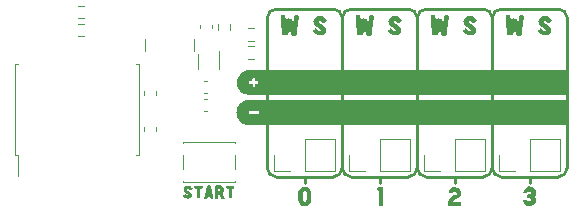
<source format=gbr>
%TF.GenerationSoftware,KiCad,Pcbnew,7.0.2*%
%TF.CreationDate,2023-07-28T16:56:04-04:00*%
%TF.ProjectId,dispocam-hub,64697370-6f63-4616-9d2d-6875622e6b69,rev?*%
%TF.SameCoordinates,Original*%
%TF.FileFunction,Legend,Top*%
%TF.FilePolarity,Positive*%
%FSLAX46Y46*%
G04 Gerber Fmt 4.6, Leading zero omitted, Abs format (unit mm)*
G04 Created by KiCad (PCBNEW 7.0.2) date 2023-07-28 16:56:04*
%MOMM*%
%LPD*%
G01*
G04 APERTURE LIST*
%ADD10C,0.254000*%
%ADD11C,0.120000*%
G04 APERTURE END LIST*
D10*
X167513000Y-95123000D02*
G75*
G03*
X166751000Y-94361000I-762000J0D01*
G01*
X161925000Y-94361000D02*
X166751000Y-94361000D01*
X161925000Y-94361000D02*
G75*
G03*
X161163000Y-95123000I1J-762001D01*
G01*
X161163000Y-95123000D02*
G75*
G03*
X160401000Y-94361000I-762000J0D01*
G01*
X155575000Y-94361000D02*
X160401000Y-94361000D01*
X155575000Y-94361000D02*
G75*
G03*
X154813000Y-95123000I1J-762001D01*
G01*
X154813000Y-95123000D02*
G75*
G03*
X154051000Y-94361000I-762000J0D01*
G01*
X149225000Y-94361000D02*
X154051000Y-94361000D01*
X149225000Y-94361000D02*
G75*
G03*
X148463000Y-95123000I1J-762001D01*
G01*
X148463000Y-95123000D02*
G75*
G03*
X147701000Y-94361000I-762000J0D01*
G01*
X142875000Y-94361000D02*
X147701000Y-94361000D01*
X142875000Y-94361000D02*
G75*
G03*
X142113000Y-95123000I0J-762000D01*
G01*
X164338000Y-108585000D02*
X164338000Y-109093000D01*
X157988000Y-108585000D02*
X157988000Y-109093000D01*
X151638000Y-108585000D02*
X151638000Y-109093000D01*
X166751000Y-108585000D02*
X161925000Y-108585000D01*
X166751000Y-108585000D02*
G75*
G03*
X167513000Y-107823000I-1J762001D01*
G01*
X167513000Y-95123000D02*
X167513000Y-107823000D01*
X161163000Y-107823000D02*
G75*
G03*
X161925000Y-108585000I762001J1D01*
G01*
X160401000Y-108585000D02*
X155575000Y-108585000D01*
X160401000Y-108585000D02*
G75*
G03*
X161163000Y-107823000I-1J762001D01*
G01*
X161163000Y-95123000D02*
X161163000Y-107823000D01*
X154813000Y-107823000D02*
G75*
G03*
X155575000Y-108585000I762001J1D01*
G01*
X154051000Y-108585000D02*
X149225000Y-108585000D01*
X154051000Y-108585000D02*
G75*
G03*
X154813000Y-107823000I-1J762001D01*
G01*
X154813000Y-95123000D02*
X154813000Y-107823000D01*
X148463000Y-107823000D02*
G75*
G03*
X149225000Y-108585000I762001J1D01*
G01*
X145288000Y-108585000D02*
X145288000Y-109093000D01*
X147701000Y-108585000D02*
X142875000Y-108585000D01*
X147701000Y-108585000D02*
G75*
G03*
X148463000Y-107823000I0J762000D01*
G01*
X142113000Y-107823000D02*
G75*
G03*
X142875000Y-108585000I762000J0D01*
G01*
X142113000Y-95123000D02*
X142113000Y-107823000D01*
X148463000Y-95123000D02*
X148463000Y-107823000D01*
%TO.C,kibuzzard-64C4169B*%
G36*
X164438013Y-109414469D02*
G01*
X164568452Y-109470296D01*
X164677196Y-109545702D01*
X164764244Y-109640688D01*
X164843420Y-109802017D01*
X164857113Y-109985969D01*
X164831514Y-110103841D01*
X164778531Y-110205044D01*
X164778531Y-110274100D01*
X164837467Y-110388400D01*
X164861875Y-110531275D01*
X164830919Y-110717013D01*
X164731502Y-110878938D01*
X164590413Y-110993238D01*
X164438013Y-111064675D01*
X164275492Y-111082534D01*
X164130831Y-111045625D01*
X163976645Y-110945613D01*
X163871275Y-110817025D01*
X163818888Y-110700344D01*
X163799838Y-110588425D01*
X163809363Y-110545563D01*
X163847463Y-110533656D01*
X163954619Y-110532466D01*
X164061775Y-110533656D01*
X164126069Y-110571756D01*
X164223700Y-110652719D01*
X164360622Y-110661053D01*
X164464206Y-110597950D01*
X164459444Y-110462219D01*
X164326094Y-110397925D01*
X164307044Y-110394353D01*
X164289184Y-110391972D01*
X164271325Y-110389591D01*
X164252275Y-110387209D01*
X164235606Y-110383638D01*
X164171313Y-110369350D01*
X164140356Y-110331250D01*
X164140952Y-110199091D01*
X164142738Y-110121700D01*
X164197506Y-110069313D01*
X164257038Y-110065741D01*
X164309425Y-110064550D01*
X164388006Y-110057406D01*
X164480875Y-109990731D01*
X164476113Y-109893100D01*
X164401996Y-109831485D01*
X164312997Y-109808566D01*
X164222212Y-109824937D01*
X164142738Y-109881194D01*
X164123688Y-109907388D01*
X164054631Y-109945488D01*
X163957000Y-109945488D01*
X163845081Y-109943106D01*
X163809363Y-109932391D01*
X163799838Y-109895481D01*
X163815316Y-109787730D01*
X163861750Y-109678788D01*
X163932394Y-109577717D01*
X164026850Y-109493579D01*
X164145119Y-109426375D01*
X164288589Y-109391252D01*
X164438013Y-109414469D01*
G37*
%TO.C,kibuzzard-64C41698*%
G36*
X158085631Y-109437091D02*
G01*
X158218452Y-109489214D01*
X158331165Y-109563032D01*
X158423769Y-109658547D01*
X158500564Y-109794873D01*
X158530925Y-109946678D01*
X158513992Y-110097226D01*
X158453667Y-110231370D01*
X158349950Y-110349109D01*
X158260058Y-110405664D01*
X158133256Y-110451503D01*
X158078487Y-110466981D01*
X158030862Y-110477697D01*
X157929659Y-110538419D01*
X157873700Y-110658672D01*
X157902275Y-110701534D01*
X157988000Y-110701534D01*
X158159715Y-110695184D01*
X158303383Y-110692009D01*
X158419006Y-110692009D01*
X158489253Y-110702725D01*
X158507113Y-110770591D01*
X158510089Y-110864055D01*
X158509494Y-111039672D01*
X158501159Y-111069438D01*
X158471394Y-111080153D01*
X158438056Y-111080153D01*
X158188025Y-111080153D01*
X158052294Y-111080153D01*
X157848697Y-111079558D01*
X157666531Y-111077772D01*
X157490319Y-111068247D01*
X157455791Y-111057531D01*
X157447456Y-111023003D01*
X157442694Y-110926562D01*
X157437931Y-110827741D01*
X157450433Y-110659267D01*
X157483175Y-110525322D01*
X157558846Y-110376626D01*
X157658858Y-110257564D01*
X157783213Y-110168134D01*
X157947519Y-110122891D01*
X158059437Y-110094316D01*
X158138019Y-110037166D01*
X158140400Y-109920484D01*
X158055866Y-109857381D01*
X157959425Y-109839522D01*
X157867152Y-109865120D01*
X157795119Y-109932391D01*
X157780831Y-109953822D01*
X157740350Y-109980016D01*
X157581997Y-109980016D01*
X157497462Y-109980016D01*
X157470078Y-109970491D01*
X157461744Y-109937153D01*
X157485556Y-109803803D01*
X157578425Y-109630567D01*
X157714156Y-109510909D01*
X157743922Y-109491859D01*
X157773687Y-109472809D01*
X157925492Y-109423398D01*
X158085631Y-109437091D01*
G37*
%TO.C,kibuzzard-64C41694*%
G36*
X151671933Y-109416850D02*
G01*
X151823737Y-109420422D01*
X151861837Y-109422803D01*
X151886841Y-109427566D01*
X151901128Y-109435900D01*
X151908272Y-109450188D01*
X151909463Y-109475191D01*
X151911248Y-109594848D01*
X151911844Y-109834759D01*
X151911844Y-109980809D01*
X151911844Y-110114159D01*
X151911844Y-110234809D01*
X151910521Y-110403084D01*
X151909727Y-110561834D01*
X151909463Y-110711059D01*
X151907677Y-110795594D01*
X151902319Y-110992047D01*
X151899938Y-111018241D01*
X151866600Y-111053959D01*
X151788019Y-111061103D01*
X151611806Y-111061103D01*
X151571325Y-111055150D01*
X151554656Y-111036100D01*
X151549894Y-110994428D01*
X151549894Y-110867031D01*
X151549894Y-110739634D01*
X151546322Y-110651528D01*
X151543941Y-110563422D01*
X151541559Y-110476506D01*
X151540369Y-110387209D01*
X151539046Y-110257828D01*
X151538252Y-110066534D01*
X151537988Y-109813328D01*
X151526081Y-109733556D01*
X151452262Y-109720459D01*
X151371300Y-109709744D01*
X151387969Y-109634734D01*
X151452262Y-109456141D01*
X151516556Y-109410897D01*
X151546322Y-109410897D01*
X151573706Y-109410897D01*
X151671933Y-109416850D01*
G37*
%TO.C,kibuzzard-64C41670*%
G36*
X167575200Y-104198420D02*
G01*
X167178325Y-104198420D01*
X141267369Y-104198420D01*
X140585379Y-104198420D01*
X140585220Y-104198420D01*
X140479908Y-104193246D01*
X140375611Y-104177775D01*
X140273332Y-104152156D01*
X140174057Y-104116635D01*
X140078742Y-104071554D01*
X139988304Y-104017348D01*
X139903615Y-103954538D01*
X139825490Y-103883730D01*
X139754682Y-103805605D01*
X139691872Y-103720916D01*
X139637666Y-103630478D01*
X139592585Y-103535163D01*
X139557064Y-103435888D01*
X139531444Y-103333609D01*
X139515973Y-103229312D01*
X139513139Y-103171625D01*
X140585379Y-103171625D01*
X140587284Y-103211630D01*
X140593951Y-103233537D01*
X140613954Y-103240205D01*
X140740636Y-103243062D01*
X140812074Y-103244015D01*
X140904466Y-103243062D01*
X141012099Y-103242110D01*
X141103539Y-103240205D01*
X141141639Y-103242110D01*
X141267369Y-103245920D01*
X141354999Y-103242110D01*
X141376906Y-103234490D01*
X141382621Y-103208772D01*
X141383574Y-103146860D01*
X141383574Y-103051610D01*
X141377859Y-103014462D01*
X141347379Y-103007795D01*
X141255939Y-103005890D01*
X141143544Y-103003032D01*
X141031149Y-103002080D01*
X140998764Y-103002080D01*
X140827737Y-103008853D01*
X140700737Y-103011393D01*
X140617764Y-103009700D01*
X140592999Y-103017320D01*
X140585379Y-103045895D01*
X140585379Y-103171625D01*
X139513139Y-103171625D01*
X139510800Y-103124000D01*
X139515973Y-103018688D01*
X139531444Y-102914391D01*
X139557064Y-102812112D01*
X139592585Y-102712837D01*
X139637666Y-102617522D01*
X139691872Y-102527084D01*
X139754682Y-102442395D01*
X139825490Y-102364270D01*
X139903615Y-102293462D01*
X139988304Y-102230652D01*
X140078742Y-102176446D01*
X140174057Y-102131365D01*
X140273332Y-102095844D01*
X140375611Y-102070225D01*
X140479908Y-102054754D01*
X140585220Y-102049580D01*
X140585379Y-102049580D01*
X167178325Y-102049580D01*
X167575200Y-102049580D01*
X167575200Y-104198420D01*
G37*
%TO.C,kibuzzard-64C4164E*%
G36*
X167555039Y-101618098D02*
G01*
X167158164Y-101618098D01*
X141030037Y-101618098D01*
X140565217Y-101618098D01*
X140565059Y-101618098D01*
X140463699Y-101613118D01*
X140363316Y-101598228D01*
X140264876Y-101573570D01*
X140169327Y-101539382D01*
X140077588Y-101495993D01*
X139990545Y-101443821D01*
X139909034Y-101383368D01*
X139833841Y-101315217D01*
X139765690Y-101240025D01*
X139705238Y-101158514D01*
X139653066Y-101071470D01*
X139609677Y-100979732D01*
X139575489Y-100884183D01*
X139550831Y-100785742D01*
X139535940Y-100685359D01*
X139533441Y-100634482D01*
X140565217Y-100634482D01*
X140567122Y-100674488D01*
X140570932Y-100691632D01*
X140578552Y-100699253D01*
X140593792Y-100701157D01*
X140720475Y-100704015D01*
X140791912Y-100704967D01*
X140868112Y-100704967D01*
X140870970Y-100840222D01*
X140868112Y-100948808D01*
X140875732Y-100974525D01*
X140904307Y-100983098D01*
X141030037Y-100983098D01*
X141070042Y-100981192D01*
X141091950Y-100973573D01*
X141098617Y-100954523D01*
X141101475Y-100827840D01*
X141102427Y-100756403D01*
X141102427Y-100739257D01*
X141102427Y-100719255D01*
X141102427Y-100703063D01*
X141121477Y-100704967D01*
X141247207Y-100708777D01*
X141334837Y-100704967D01*
X141349125Y-100702110D01*
X141356745Y-100697347D01*
X141360555Y-100687822D01*
X141361507Y-100670678D01*
X141363412Y-100609717D01*
X141363412Y-100512562D01*
X141360555Y-100483035D01*
X141351030Y-100471605D01*
X141327217Y-100468747D01*
X141235777Y-100468747D01*
X141098617Y-100464937D01*
X141100522Y-100426837D01*
X141104332Y-100301107D01*
X141100522Y-100213477D01*
X141092902Y-100191570D01*
X141067185Y-100185855D01*
X141005272Y-100184902D01*
X140910022Y-100184902D01*
X140872875Y-100190618D01*
X140866207Y-100221097D01*
X140864302Y-100310632D01*
X140861921Y-100371592D01*
X140862397Y-100470652D01*
X140714284Y-100473986D01*
X140597602Y-100472557D01*
X140572837Y-100479225D01*
X140565217Y-100508752D01*
X140565217Y-100634482D01*
X139533441Y-100634482D01*
X139530961Y-100584000D01*
X139535940Y-100482641D01*
X139550831Y-100382258D01*
X139575489Y-100283817D01*
X139609677Y-100188268D01*
X139653066Y-100096530D01*
X139705238Y-100009486D01*
X139765690Y-99927975D01*
X139833841Y-99852783D01*
X139909034Y-99784632D01*
X139990545Y-99724179D01*
X140077588Y-99672007D01*
X140169327Y-99628618D01*
X140264876Y-99594430D01*
X140363316Y-99569772D01*
X140463699Y-99554882D01*
X140565059Y-99549902D01*
X140565217Y-99549902D01*
X167158164Y-99549902D01*
X167555039Y-99549902D01*
X167555039Y-101618098D01*
G37*
%TO.C,kibuzzard-64C413FA*%
G36*
X145432066Y-109409706D02*
G01*
X145567003Y-109466063D01*
X145676541Y-109552581D01*
X145760678Y-109669263D01*
X145814852Y-109806184D01*
X145844022Y-109964538D01*
X145854870Y-110123552D01*
X145858839Y-110264046D01*
X145855928Y-110386019D01*
X145841641Y-110502700D01*
X145801953Y-110667535D01*
X145736866Y-110806442D01*
X145646378Y-110919419D01*
X145518386Y-111013478D01*
X145377297Y-111057531D01*
X145289191Y-111057531D01*
X145195727Y-111057531D01*
X145041541Y-111009906D01*
X144920097Y-110909894D01*
X144802225Y-110746778D01*
X144734359Y-110576519D01*
X144717691Y-110474720D01*
X144710547Y-110350300D01*
X144711142Y-110239572D01*
X144711344Y-110218736D01*
X145111787Y-110218736D01*
X145112978Y-110419356D01*
X145148697Y-110576519D01*
X145208823Y-110653314D01*
X145289191Y-110678913D01*
X145367772Y-110652719D01*
X145427303Y-110574138D01*
X145460641Y-110433644D01*
X145460641Y-110252669D01*
X145463022Y-110095506D01*
X145446353Y-109959775D01*
X145374916Y-109814519D01*
X145288000Y-109777609D01*
X145198703Y-109814519D01*
X145143934Y-109900244D01*
X145112978Y-110074075D01*
X145111787Y-110218736D01*
X144711344Y-110218736D01*
X144712928Y-110055025D01*
X144736741Y-109877027D01*
X144803416Y-109704981D01*
X144870686Y-109597825D01*
X144958197Y-109504956D01*
X145082022Y-109428161D01*
X145224897Y-109397800D01*
X145345745Y-109397205D01*
X145432066Y-109409706D01*
G37*
%TO.C,kibuzzard-64C413C5*%
G36*
X165822445Y-94981316D02*
G01*
X165956853Y-95061484D01*
X166025314Y-95118039D01*
X166192597Y-95259128D01*
X166206884Y-95271034D01*
X166225934Y-95301991D01*
X166209266Y-95332947D01*
X166087822Y-95454391D01*
X165990191Y-95549641D01*
X165955663Y-95573453D01*
X165918753Y-95554403D01*
X165827670Y-95482966D01*
X165735397Y-95416291D01*
X165642528Y-95368666D01*
X165591331Y-95361522D01*
X165549659Y-95386525D01*
X165523466Y-95425816D01*
X165537753Y-95494872D01*
X165659197Y-95599647D01*
X165788975Y-95669298D01*
X165925897Y-95763953D01*
X166052103Y-95904447D01*
X166105814Y-96024303D01*
X166124070Y-96152097D01*
X166106872Y-96287828D01*
X166031863Y-96425941D01*
X165887797Y-96535478D01*
X165797309Y-96573578D01*
X165633003Y-96604534D01*
X165455005Y-96585484D01*
X165302009Y-96518809D01*
X165167469Y-96418797D01*
X165025784Y-96290209D01*
X165011497Y-96275922D01*
X165009116Y-96221153D01*
X165042453Y-96183053D01*
X165101984Y-96118164D01*
X165185328Y-96028272D01*
X165209141Y-96004459D01*
X165261528Y-96002078D01*
X165323441Y-96049703D01*
X165371066Y-96086612D01*
X165425834Y-96129475D01*
X165473459Y-96162812D01*
X165532991Y-96194959D01*
X165611572Y-96221153D01*
X165672294Y-96196150D01*
X165678247Y-96130666D01*
X165642528Y-96075897D01*
X165511559Y-95968741D01*
X165383567Y-95887778D01*
X165252003Y-95792528D01*
X165146170Y-95683784D01*
X165082670Y-95551228D01*
X165061503Y-95394859D01*
X165086506Y-95264486D01*
X165166278Y-95149591D01*
X165269995Y-95060691D01*
X165384295Y-94997191D01*
X165509178Y-94959091D01*
X165673220Y-94947184D01*
X165822445Y-94981316D01*
G37*
%TO.C,kibuzzard-64C413B2*%
G36*
X163582350Y-94905512D02*
G01*
X163674028Y-94905512D01*
X163764516Y-94906703D01*
X163833572Y-94919800D01*
X163838334Y-94990047D01*
X163825238Y-95123397D01*
X163814522Y-95249603D01*
X163806783Y-95307348D01*
X163788328Y-95452009D01*
X163771659Y-95602028D01*
X163750228Y-95783003D01*
X163723241Y-95938049D01*
X163699428Y-96079336D01*
X163678791Y-96206866D01*
X163659741Y-96368791D01*
X163651406Y-96459278D01*
X163643072Y-96545003D01*
X163638309Y-96568816D01*
X163622831Y-96602153D01*
X163590684Y-96611678D01*
X163433522Y-96616441D01*
X163379944Y-96617631D01*
X163328747Y-96618822D01*
X163231116Y-96552147D01*
X163197778Y-96458087D01*
X163166822Y-96373553D01*
X163119197Y-96223534D01*
X163113244Y-96198531D01*
X163103719Y-96164003D01*
X163090622Y-96135428D01*
X163071572Y-96118759D01*
X163050141Y-96129475D01*
X163029900Y-96168766D01*
X163014422Y-96217581D01*
X163001325Y-96266397D01*
X162992991Y-96294972D01*
X162953105Y-96428322D01*
X162923934Y-96509284D01*
X162885834Y-96573578D01*
X162812016Y-96585484D01*
X162669141Y-96587866D01*
X162545316Y-96590247D01*
X162504834Y-96590247D01*
X162452447Y-96578341D01*
X162435778Y-96528334D01*
X162402705Y-96239939D01*
X162382861Y-96066901D01*
X162376247Y-96009222D01*
X162370889Y-95949691D01*
X162359578Y-95780622D01*
X162345886Y-95597266D01*
X162338147Y-95480584D01*
X162327431Y-95344853D01*
X162319097Y-95247222D01*
X162309572Y-95160306D01*
X162300047Y-95078153D01*
X162290522Y-94954328D01*
X162301238Y-94918609D01*
X162338147Y-94906703D01*
X162488166Y-94905512D01*
X162626278Y-94906703D01*
X162673903Y-94917419D01*
X162688191Y-94961472D01*
X162694144Y-95067437D01*
X162710813Y-95199597D01*
X162726291Y-95304372D01*
X162737006Y-95424625D01*
X162745341Y-95525828D01*
X162754866Y-95582978D01*
X162762009Y-95597266D01*
X162778678Y-95592503D01*
X162787013Y-95578216D01*
X162791775Y-95561547D01*
X162794156Y-95544878D01*
X162797728Y-95528209D01*
X162820945Y-95435936D01*
X162866784Y-95249603D01*
X162869166Y-95241269D01*
X162871547Y-95230553D01*
X162897741Y-95182928D01*
X162950128Y-95171022D01*
X163085859Y-95178166D01*
X163178728Y-95182928D01*
X163231116Y-95199597D01*
X163254928Y-95247222D01*
X163275169Y-95334137D01*
X163316841Y-95499634D01*
X163333509Y-95549641D01*
X163347797Y-95559166D01*
X163359703Y-95547259D01*
X163378753Y-95463916D01*
X163403359Y-95296699D01*
X163423203Y-95156999D01*
X163438284Y-95044816D01*
X163443047Y-94986475D01*
X163447809Y-94932897D01*
X163490672Y-94898369D01*
X163582350Y-94905512D01*
G37*
%TO.C,kibuzzard-64C413C5*%
G36*
X159472445Y-94981316D02*
G01*
X159606853Y-95061484D01*
X159675314Y-95118039D01*
X159842597Y-95259128D01*
X159856884Y-95271034D01*
X159875934Y-95301991D01*
X159859266Y-95332947D01*
X159737822Y-95454391D01*
X159640191Y-95549641D01*
X159605663Y-95573453D01*
X159568753Y-95554403D01*
X159477670Y-95482966D01*
X159385397Y-95416291D01*
X159292528Y-95368666D01*
X159241331Y-95361522D01*
X159199659Y-95386525D01*
X159173466Y-95425816D01*
X159187753Y-95494872D01*
X159309197Y-95599647D01*
X159438975Y-95669298D01*
X159575897Y-95763953D01*
X159702103Y-95904447D01*
X159755814Y-96024303D01*
X159774070Y-96152097D01*
X159756872Y-96287828D01*
X159681863Y-96425941D01*
X159537797Y-96535478D01*
X159447309Y-96573578D01*
X159283003Y-96604534D01*
X159105005Y-96585484D01*
X158952009Y-96518809D01*
X158817469Y-96418797D01*
X158675784Y-96290209D01*
X158661497Y-96275922D01*
X158659116Y-96221153D01*
X158692453Y-96183053D01*
X158751984Y-96118164D01*
X158835328Y-96028272D01*
X158859141Y-96004459D01*
X158911528Y-96002078D01*
X158973441Y-96049703D01*
X159021066Y-96086612D01*
X159075834Y-96129475D01*
X159123459Y-96162812D01*
X159182991Y-96194959D01*
X159261572Y-96221153D01*
X159322294Y-96196150D01*
X159328247Y-96130666D01*
X159292528Y-96075897D01*
X159161559Y-95968741D01*
X159033567Y-95887778D01*
X158902003Y-95792528D01*
X158796170Y-95683784D01*
X158732670Y-95551228D01*
X158711503Y-95394859D01*
X158736506Y-95264486D01*
X158816278Y-95149591D01*
X158919995Y-95060691D01*
X159034295Y-94997191D01*
X159159178Y-94959091D01*
X159323220Y-94947184D01*
X159472445Y-94981316D01*
G37*
%TO.C,kibuzzard-64C413B2*%
G36*
X157232350Y-94905512D02*
G01*
X157324028Y-94905512D01*
X157414516Y-94906703D01*
X157483572Y-94919800D01*
X157488334Y-94990047D01*
X157475238Y-95123397D01*
X157464522Y-95249603D01*
X157456783Y-95307348D01*
X157438328Y-95452009D01*
X157421659Y-95602028D01*
X157400228Y-95783003D01*
X157373241Y-95938049D01*
X157349428Y-96079336D01*
X157328791Y-96206866D01*
X157309741Y-96368791D01*
X157301406Y-96459278D01*
X157293072Y-96545003D01*
X157288309Y-96568816D01*
X157272831Y-96602153D01*
X157240684Y-96611678D01*
X157083522Y-96616441D01*
X157029944Y-96617631D01*
X156978747Y-96618822D01*
X156881116Y-96552147D01*
X156847778Y-96458087D01*
X156816822Y-96373553D01*
X156769197Y-96223534D01*
X156763244Y-96198531D01*
X156753719Y-96164003D01*
X156740622Y-96135428D01*
X156721572Y-96118759D01*
X156700141Y-96129475D01*
X156679900Y-96168766D01*
X156664422Y-96217581D01*
X156651325Y-96266397D01*
X156642991Y-96294972D01*
X156603105Y-96428322D01*
X156573934Y-96509284D01*
X156535834Y-96573578D01*
X156462016Y-96585484D01*
X156319141Y-96587866D01*
X156195316Y-96590247D01*
X156154834Y-96590247D01*
X156102447Y-96578341D01*
X156085778Y-96528334D01*
X156052705Y-96239939D01*
X156032861Y-96066901D01*
X156026247Y-96009222D01*
X156020889Y-95949691D01*
X156009578Y-95780622D01*
X155995886Y-95597266D01*
X155988147Y-95480584D01*
X155977431Y-95344853D01*
X155969097Y-95247222D01*
X155959572Y-95160306D01*
X155950047Y-95078153D01*
X155940522Y-94954328D01*
X155951238Y-94918609D01*
X155988147Y-94906703D01*
X156138166Y-94905512D01*
X156276278Y-94906703D01*
X156323903Y-94917419D01*
X156338191Y-94961472D01*
X156344144Y-95067437D01*
X156360813Y-95199597D01*
X156376291Y-95304372D01*
X156387006Y-95424625D01*
X156395341Y-95525828D01*
X156404866Y-95582978D01*
X156412009Y-95597266D01*
X156428678Y-95592503D01*
X156437013Y-95578216D01*
X156441775Y-95561547D01*
X156444156Y-95544878D01*
X156447728Y-95528209D01*
X156470945Y-95435936D01*
X156516784Y-95249603D01*
X156519166Y-95241269D01*
X156521547Y-95230553D01*
X156547741Y-95182928D01*
X156600128Y-95171022D01*
X156735859Y-95178166D01*
X156828728Y-95182928D01*
X156881116Y-95199597D01*
X156904928Y-95247222D01*
X156925169Y-95334137D01*
X156966841Y-95499634D01*
X156983509Y-95549641D01*
X156997797Y-95559166D01*
X157009703Y-95547259D01*
X157028753Y-95463916D01*
X157053359Y-95296699D01*
X157073203Y-95156999D01*
X157088284Y-95044816D01*
X157093047Y-94986475D01*
X157097809Y-94932897D01*
X157140672Y-94898369D01*
X157232350Y-94905512D01*
G37*
%TO.C,kibuzzard-64C413C5*%
G36*
X153122445Y-94981316D02*
G01*
X153256853Y-95061484D01*
X153325314Y-95118039D01*
X153492597Y-95259128D01*
X153506884Y-95271034D01*
X153525934Y-95301991D01*
X153509266Y-95332947D01*
X153387822Y-95454391D01*
X153290191Y-95549641D01*
X153255663Y-95573453D01*
X153218753Y-95554403D01*
X153127670Y-95482966D01*
X153035397Y-95416291D01*
X152942528Y-95368666D01*
X152891331Y-95361522D01*
X152849659Y-95386525D01*
X152823466Y-95425816D01*
X152837753Y-95494872D01*
X152959197Y-95599647D01*
X153088975Y-95669298D01*
X153225897Y-95763953D01*
X153352103Y-95904447D01*
X153405814Y-96024303D01*
X153424070Y-96152097D01*
X153406872Y-96287828D01*
X153331863Y-96425941D01*
X153187797Y-96535478D01*
X153097309Y-96573578D01*
X152933003Y-96604534D01*
X152755005Y-96585484D01*
X152602009Y-96518809D01*
X152467469Y-96418797D01*
X152325784Y-96290209D01*
X152311497Y-96275922D01*
X152309116Y-96221153D01*
X152342453Y-96183053D01*
X152401984Y-96118164D01*
X152485328Y-96028272D01*
X152509141Y-96004459D01*
X152561528Y-96002078D01*
X152623441Y-96049703D01*
X152671066Y-96086612D01*
X152725834Y-96129475D01*
X152773459Y-96162812D01*
X152832991Y-96194959D01*
X152911572Y-96221153D01*
X152972294Y-96196150D01*
X152978247Y-96130666D01*
X152942528Y-96075897D01*
X152811559Y-95968741D01*
X152683567Y-95887778D01*
X152552003Y-95792528D01*
X152446170Y-95683784D01*
X152382670Y-95551228D01*
X152361503Y-95394859D01*
X152386506Y-95264486D01*
X152466278Y-95149591D01*
X152569995Y-95060691D01*
X152684295Y-94997191D01*
X152809178Y-94959091D01*
X152973220Y-94947184D01*
X153122445Y-94981316D01*
G37*
%TO.C,kibuzzard-64C413B2*%
G36*
X150882350Y-94905512D02*
G01*
X150974028Y-94905512D01*
X151064516Y-94906703D01*
X151133572Y-94919800D01*
X151138334Y-94990047D01*
X151125238Y-95123397D01*
X151114522Y-95249603D01*
X151106783Y-95307348D01*
X151088328Y-95452009D01*
X151071659Y-95602028D01*
X151050228Y-95783003D01*
X151023241Y-95938049D01*
X150999428Y-96079336D01*
X150978791Y-96206866D01*
X150959741Y-96368791D01*
X150951406Y-96459278D01*
X150943072Y-96545003D01*
X150938309Y-96568816D01*
X150922831Y-96602153D01*
X150890684Y-96611678D01*
X150733522Y-96616441D01*
X150679944Y-96617631D01*
X150628747Y-96618822D01*
X150531116Y-96552147D01*
X150497778Y-96458087D01*
X150466822Y-96373553D01*
X150419197Y-96223534D01*
X150413244Y-96198531D01*
X150403719Y-96164003D01*
X150390622Y-96135428D01*
X150371572Y-96118759D01*
X150350141Y-96129475D01*
X150329900Y-96168766D01*
X150314422Y-96217581D01*
X150301325Y-96266397D01*
X150292991Y-96294972D01*
X150253105Y-96428322D01*
X150223934Y-96509284D01*
X150185834Y-96573578D01*
X150112016Y-96585484D01*
X149969141Y-96587866D01*
X149845316Y-96590247D01*
X149804834Y-96590247D01*
X149752447Y-96578341D01*
X149735778Y-96528334D01*
X149702705Y-96239939D01*
X149682861Y-96066901D01*
X149676247Y-96009222D01*
X149670889Y-95949691D01*
X149659578Y-95780622D01*
X149645886Y-95597266D01*
X149638147Y-95480584D01*
X149627431Y-95344853D01*
X149619097Y-95247222D01*
X149609572Y-95160306D01*
X149600047Y-95078153D01*
X149590522Y-94954328D01*
X149601238Y-94918609D01*
X149638147Y-94906703D01*
X149788166Y-94905512D01*
X149926278Y-94906703D01*
X149973903Y-94917419D01*
X149988191Y-94961472D01*
X149994144Y-95067437D01*
X150010813Y-95199597D01*
X150026291Y-95304372D01*
X150037006Y-95424625D01*
X150045341Y-95525828D01*
X150054866Y-95582978D01*
X150062009Y-95597266D01*
X150078678Y-95592503D01*
X150087013Y-95578216D01*
X150091775Y-95561547D01*
X150094156Y-95544878D01*
X150097728Y-95528209D01*
X150120945Y-95435936D01*
X150166784Y-95249603D01*
X150169166Y-95241269D01*
X150171547Y-95230553D01*
X150197741Y-95182928D01*
X150250128Y-95171022D01*
X150385859Y-95178166D01*
X150478728Y-95182928D01*
X150531116Y-95199597D01*
X150554928Y-95247222D01*
X150575169Y-95334137D01*
X150616841Y-95499634D01*
X150633509Y-95549641D01*
X150647797Y-95559166D01*
X150659703Y-95547259D01*
X150678753Y-95463916D01*
X150703359Y-95296699D01*
X150723203Y-95156999D01*
X150738284Y-95044816D01*
X150743047Y-94986475D01*
X150747809Y-94932897D01*
X150790672Y-94898369D01*
X150882350Y-94905512D01*
G37*
%TO.C,kibuzzard-64C413C5*%
G36*
X146772445Y-94981316D02*
G01*
X146906853Y-95061484D01*
X146975314Y-95118039D01*
X147142597Y-95259128D01*
X147156884Y-95271034D01*
X147175934Y-95301991D01*
X147159266Y-95332947D01*
X147037822Y-95454391D01*
X146940191Y-95549641D01*
X146905663Y-95573453D01*
X146868753Y-95554403D01*
X146777670Y-95482966D01*
X146685397Y-95416291D01*
X146592528Y-95368666D01*
X146541331Y-95361522D01*
X146499659Y-95386525D01*
X146473466Y-95425816D01*
X146487753Y-95494872D01*
X146609197Y-95599647D01*
X146738975Y-95669298D01*
X146875897Y-95763953D01*
X147002103Y-95904447D01*
X147055814Y-96024303D01*
X147074070Y-96152097D01*
X147056872Y-96287828D01*
X146981863Y-96425941D01*
X146837797Y-96535478D01*
X146747309Y-96573578D01*
X146583003Y-96604534D01*
X146405005Y-96585484D01*
X146252009Y-96518809D01*
X146117469Y-96418797D01*
X145975784Y-96290209D01*
X145961497Y-96275922D01*
X145959116Y-96221153D01*
X145992453Y-96183053D01*
X146051984Y-96118164D01*
X146135328Y-96028272D01*
X146159141Y-96004459D01*
X146211528Y-96002078D01*
X146273441Y-96049703D01*
X146321066Y-96086612D01*
X146375834Y-96129475D01*
X146423459Y-96162812D01*
X146482991Y-96194959D01*
X146561572Y-96221153D01*
X146622294Y-96196150D01*
X146628247Y-96130666D01*
X146592528Y-96075897D01*
X146461559Y-95968741D01*
X146333567Y-95887778D01*
X146202003Y-95792528D01*
X146096170Y-95683784D01*
X146032670Y-95551228D01*
X146011503Y-95394859D01*
X146036506Y-95264486D01*
X146116278Y-95149591D01*
X146219995Y-95060691D01*
X146334295Y-94997191D01*
X146459178Y-94959091D01*
X146623220Y-94947184D01*
X146772445Y-94981316D01*
G37*
%TO.C,kibuzzard-64C413B2*%
G36*
X144532350Y-94905512D02*
G01*
X144624028Y-94905512D01*
X144714516Y-94906703D01*
X144783572Y-94919800D01*
X144788334Y-94990047D01*
X144775238Y-95123397D01*
X144764522Y-95249603D01*
X144756783Y-95307348D01*
X144738328Y-95452009D01*
X144721659Y-95602028D01*
X144700228Y-95783003D01*
X144673241Y-95938049D01*
X144649428Y-96079336D01*
X144628791Y-96206866D01*
X144609741Y-96368791D01*
X144601406Y-96459278D01*
X144593072Y-96545003D01*
X144588309Y-96568816D01*
X144572831Y-96602153D01*
X144540684Y-96611678D01*
X144383522Y-96616441D01*
X144329944Y-96617631D01*
X144278747Y-96618822D01*
X144181116Y-96552147D01*
X144147778Y-96458087D01*
X144116822Y-96373553D01*
X144069197Y-96223534D01*
X144063244Y-96198531D01*
X144053719Y-96164003D01*
X144040622Y-96135428D01*
X144021572Y-96118759D01*
X144000141Y-96129475D01*
X143979900Y-96168766D01*
X143964422Y-96217581D01*
X143951325Y-96266397D01*
X143942991Y-96294972D01*
X143903105Y-96428322D01*
X143873934Y-96509284D01*
X143835834Y-96573578D01*
X143762016Y-96585484D01*
X143619141Y-96587866D01*
X143495316Y-96590247D01*
X143454834Y-96590247D01*
X143402447Y-96578341D01*
X143385778Y-96528334D01*
X143352705Y-96239939D01*
X143332861Y-96066901D01*
X143326247Y-96009222D01*
X143320889Y-95949691D01*
X143309578Y-95780622D01*
X143295886Y-95597266D01*
X143288147Y-95480584D01*
X143277431Y-95344853D01*
X143269097Y-95247222D01*
X143259572Y-95160306D01*
X143250047Y-95078153D01*
X143240522Y-94954328D01*
X143251238Y-94918609D01*
X143288147Y-94906703D01*
X143438166Y-94905512D01*
X143576278Y-94906703D01*
X143623903Y-94917419D01*
X143638191Y-94961472D01*
X143644144Y-95067437D01*
X143660813Y-95199597D01*
X143676291Y-95304372D01*
X143687006Y-95424625D01*
X143695341Y-95525828D01*
X143704866Y-95582978D01*
X143712009Y-95597266D01*
X143728678Y-95592503D01*
X143737013Y-95578216D01*
X143741775Y-95561547D01*
X143744156Y-95544878D01*
X143747728Y-95528209D01*
X143770945Y-95435936D01*
X143816784Y-95249603D01*
X143819166Y-95241269D01*
X143821547Y-95230553D01*
X143847741Y-95182928D01*
X143900128Y-95171022D01*
X144035859Y-95178166D01*
X144128728Y-95182928D01*
X144181116Y-95199597D01*
X144204928Y-95247222D01*
X144225169Y-95334137D01*
X144266841Y-95499634D01*
X144283509Y-95549641D01*
X144297797Y-95559166D01*
X144309703Y-95547259D01*
X144328753Y-95463916D01*
X144353359Y-95296699D01*
X144373203Y-95156999D01*
X144388284Y-95044816D01*
X144393047Y-94986475D01*
X144397809Y-94932897D01*
X144440672Y-94898369D01*
X144532350Y-94905512D01*
G37*
%TO.C,kibuzzard-64C40EF2*%
G36*
X138826875Y-109323981D02*
G01*
X138907044Y-109323981D01*
X138966575Y-109323981D01*
X139084050Y-109324775D01*
X139172156Y-109325370D01*
X139236450Y-109325569D01*
X139311062Y-109330331D01*
X139330906Y-109338269D01*
X139336463Y-109358906D01*
X139338050Y-109467650D01*
X139336463Y-109533531D01*
X139331700Y-109550200D01*
X139322175Y-109558931D01*
X139304712Y-109562106D01*
X139187237Y-109565281D01*
X139160250Y-109566869D01*
X139129294Y-109574806D01*
X139122150Y-109604969D01*
X139122150Y-109719269D01*
X139126119Y-109845475D01*
X139122150Y-109976444D01*
X139123737Y-110036769D01*
X139123737Y-110146306D01*
X139121356Y-110235603D01*
X139123737Y-110319344D01*
X139125325Y-110368556D01*
X139116594Y-110392369D01*
X139091987Y-110400306D01*
X139057062Y-110401894D01*
X138976497Y-110403084D01*
X138918950Y-110403481D01*
X138891962Y-110401894D01*
X138863387Y-110374906D01*
X138863387Y-110335219D01*
X138862506Y-110221448D01*
X138861976Y-110110852D01*
X138861800Y-110003431D01*
X138861624Y-109905888D01*
X138861094Y-109810109D01*
X138860212Y-109716094D01*
X138853862Y-109593856D01*
X138846719Y-109571631D01*
X138825287Y-109565281D01*
X138715750Y-109563694D01*
X138658600Y-109554169D01*
X138649075Y-109497019D01*
X138645900Y-109366844D01*
X138645900Y-109349381D01*
X138669712Y-109323981D01*
X138699875Y-109322394D01*
X138826875Y-109323981D01*
G37*
G36*
X136124950Y-109323981D02*
G01*
X136205119Y-109323981D01*
X136264650Y-109323981D01*
X136382125Y-109324775D01*
X136470231Y-109325370D01*
X136534525Y-109325569D01*
X136609137Y-109330331D01*
X136628981Y-109338269D01*
X136634537Y-109358906D01*
X136636125Y-109467650D01*
X136634537Y-109533531D01*
X136629775Y-109550200D01*
X136620250Y-109558931D01*
X136602787Y-109562106D01*
X136485312Y-109565281D01*
X136458325Y-109566869D01*
X136427369Y-109574806D01*
X136420225Y-109604969D01*
X136420225Y-109719269D01*
X136424194Y-109845475D01*
X136420225Y-109976444D01*
X136421812Y-110036769D01*
X136421812Y-110146306D01*
X136419431Y-110235603D01*
X136421812Y-110319344D01*
X136423400Y-110368556D01*
X136414669Y-110392369D01*
X136390062Y-110400306D01*
X136355137Y-110401894D01*
X136274572Y-110403084D01*
X136217025Y-110403481D01*
X136190037Y-110401894D01*
X136161462Y-110374906D01*
X136161462Y-110335219D01*
X136160581Y-110221448D01*
X136160051Y-110110852D01*
X136159875Y-110003431D01*
X136159699Y-109905888D01*
X136159169Y-109810109D01*
X136158287Y-109716094D01*
X136151937Y-109593856D01*
X136144794Y-109571631D01*
X136123362Y-109565281D01*
X136013825Y-109563694D01*
X135956675Y-109554169D01*
X135947150Y-109497019D01*
X135943975Y-109366844D01*
X135943975Y-109349381D01*
X135967787Y-109323981D01*
X135997950Y-109322394D01*
X136124950Y-109323981D01*
G37*
G36*
X137317956Y-109311281D02*
G01*
X137331450Y-109341444D01*
X137373487Y-109521784D01*
X137406888Y-109665294D01*
X137431653Y-109771974D01*
X137447782Y-109841824D01*
X137455275Y-109874844D01*
X137469959Y-109940527D01*
X137485437Y-110010575D01*
X137501709Y-110086378D01*
X137518775Y-110169325D01*
X137534650Y-110246517D01*
X137547350Y-110305056D01*
X137552112Y-110325694D01*
X137558462Y-110348712D01*
X137563225Y-110368556D01*
X137565606Y-110393956D01*
X137554494Y-110408244D01*
X137529887Y-110414594D01*
X137459244Y-110416975D01*
X137380662Y-110414594D01*
X137358437Y-110412213D01*
X137333037Y-110409831D01*
X137298112Y-110378081D01*
X137287000Y-110336806D01*
X137258425Y-110314581D01*
X137177859Y-110312994D01*
X137164762Y-110312761D01*
X137088562Y-110311406D01*
X137061575Y-110335219D01*
X137054431Y-110363000D01*
X137047287Y-110390781D01*
X137013950Y-110417769D01*
X136946481Y-110420944D01*
X136879806Y-110423325D01*
X136813925Y-110419356D01*
X136781381Y-110407450D01*
X136780587Y-110374906D01*
X136799042Y-110300691D01*
X136816306Y-110224094D01*
X136834364Y-110138567D01*
X136855200Y-110037563D01*
X136860608Y-110011369D01*
X137140950Y-110011369D01*
X137156825Y-110028831D01*
X137164762Y-110030419D01*
X137182225Y-110030419D01*
X137202862Y-110024069D01*
X137206037Y-110003431D01*
X137183812Y-109903419D01*
X137174287Y-109895481D01*
X137164762Y-109903419D01*
X137140950Y-110011369D01*
X136860608Y-110011369D01*
X136874250Y-109945289D01*
X136886950Y-109885956D01*
X136911159Y-109774137D01*
X136937750Y-109657753D01*
X136966722Y-109536805D01*
X136998075Y-109411294D01*
X137012362Y-109347794D01*
X137026650Y-109311281D01*
X137064750Y-109303344D01*
X137117137Y-109304138D01*
X137169525Y-109303344D01*
X137171112Y-109303344D01*
X137172700Y-109303344D01*
X137287000Y-109303344D01*
X137317956Y-109311281D01*
G37*
G36*
X135535282Y-109334035D02*
G01*
X135624887Y-109387481D01*
X135670528Y-109425184D01*
X135782050Y-109519244D01*
X135791575Y-109527181D01*
X135804275Y-109547819D01*
X135793162Y-109568456D01*
X135712200Y-109649419D01*
X135647112Y-109712919D01*
X135624094Y-109728794D01*
X135599487Y-109716094D01*
X135538766Y-109668469D01*
X135477250Y-109624019D01*
X135415337Y-109592269D01*
X135381206Y-109587506D01*
X135353425Y-109604175D01*
X135335962Y-109630369D01*
X135345487Y-109676406D01*
X135426450Y-109746256D01*
X135512969Y-109792691D01*
X135604250Y-109855794D01*
X135688387Y-109949456D01*
X135724194Y-110029360D01*
X135736365Y-110114556D01*
X135724900Y-110205044D01*
X135674894Y-110297119D01*
X135578850Y-110370144D01*
X135518525Y-110395544D01*
X135408987Y-110416181D01*
X135290322Y-110403481D01*
X135188325Y-110359031D01*
X135098631Y-110292356D01*
X135004175Y-110206631D01*
X134994650Y-110197106D01*
X134993062Y-110160594D01*
X135015287Y-110135194D01*
X135054975Y-110091934D01*
X135110537Y-110032006D01*
X135126412Y-110016131D01*
X135161337Y-110014544D01*
X135202612Y-110046294D01*
X135234362Y-110070900D01*
X135270875Y-110099475D01*
X135302625Y-110121700D01*
X135342312Y-110143131D01*
X135394700Y-110160594D01*
X135435181Y-110143925D01*
X135439150Y-110100269D01*
X135415337Y-110063756D01*
X135328025Y-109992319D01*
X135242697Y-109938344D01*
X135154987Y-109874844D01*
X135084432Y-109802348D01*
X135042099Y-109713977D01*
X135027987Y-109609731D01*
X135044656Y-109522816D01*
X135097837Y-109446219D01*
X135166982Y-109386952D01*
X135243182Y-109344619D01*
X135326437Y-109319219D01*
X135435799Y-109311281D01*
X135535282Y-109334035D01*
G37*
G36*
X138252994Y-109327950D02*
G01*
X138312128Y-109361684D01*
X138364119Y-109407325D01*
X138404798Y-109462292D01*
X138430000Y-109524006D01*
X138447463Y-109638703D01*
X138439525Y-109757369D01*
X138419681Y-109829600D01*
X138385550Y-109903419D01*
X138333163Y-109998669D01*
X138333163Y-110055819D01*
X138364736Y-110117026D01*
X138410774Y-110207513D01*
X138471275Y-110327281D01*
X138503025Y-110393956D01*
X138487150Y-110420944D01*
X138469688Y-110422531D01*
X138386344Y-110423325D01*
X138269662Y-110422531D01*
X138210925Y-110382844D01*
X138186407Y-110319167D01*
X138146719Y-110231855D01*
X138091862Y-110120906D01*
X138082337Y-110101856D01*
X138034712Y-110073281D01*
X138025187Y-110073281D01*
X138015662Y-110073281D01*
X138006137Y-110073281D01*
X137996612Y-110073281D01*
X137990262Y-110073281D01*
X137987087Y-110073281D01*
X137977563Y-110074869D01*
X137955337Y-110097094D01*
X137953750Y-110132019D01*
X137953750Y-110204647D01*
X137953750Y-110359031D01*
X137953750Y-110392369D01*
X137948194Y-110413800D01*
X137928350Y-110420944D01*
X137923587Y-110420944D01*
X137820797Y-110423722D01*
X137750550Y-110422531D01*
X137723562Y-110415388D01*
X137714037Y-110389194D01*
X137707687Y-110306644D01*
X137710466Y-110161387D01*
X137712450Y-110084394D01*
X137712450Y-110016925D01*
X137712450Y-109839919D01*
X137708878Y-109775030D01*
X137707687Y-109685138D01*
X137707657Y-109677994D01*
X137963275Y-109677994D01*
X137968037Y-109752606D01*
X137990262Y-109773244D01*
X138069637Y-109771656D01*
X138128375Y-109739906D01*
X138143456Y-109682756D01*
X138123612Y-109620844D01*
X138068050Y-109582744D01*
X137990262Y-109581156D01*
X137968831Y-109589094D01*
X137963275Y-109609731D01*
X137963275Y-109677994D01*
X137707657Y-109677994D01*
X137707291Y-109590086D01*
X137706100Y-109509719D01*
X137706894Y-109420819D01*
X137712450Y-109344619D01*
X137722769Y-109315250D01*
X137750550Y-109308106D01*
X137818019Y-109305725D01*
X137885487Y-109306519D01*
X137952163Y-109306519D01*
X138020425Y-109303344D01*
X138074400Y-109303344D01*
X138128375Y-109301756D01*
X138252994Y-109327950D01*
G37*
D11*
%TO.C,C5*%
X131697000Y-101613580D02*
X131697000Y-101332420D01*
X132717000Y-101613580D02*
X132717000Y-101332420D01*
%TO.C,U1*%
X136252000Y-99444000D02*
X136252000Y-98144000D01*
X138052000Y-97894000D02*
X138052000Y-99444000D01*
%TO.C,R3*%
X137907500Y-95647742D02*
X137907500Y-96122258D01*
X138952500Y-95647742D02*
X138952500Y-96122258D01*
%TO.C,R2*%
X140478742Y-95997500D02*
X140953258Y-95997500D01*
X140478742Y-97042500D02*
X140953258Y-97042500D01*
%TO.C,C4*%
X132717000Y-104661580D02*
X132717000Y-104380420D01*
X131697000Y-104661580D02*
X131697000Y-104380420D01*
%TO.C,SW5*%
X139360000Y-109015000D02*
X139360000Y-108895000D01*
X139360000Y-107885000D02*
X139360000Y-106745000D01*
X139360000Y-105735000D02*
X139360000Y-105615000D01*
X139360000Y-105615000D02*
X134960000Y-105615000D01*
X134960000Y-109015000D02*
X139360000Y-109015000D01*
X134960000Y-108895000D02*
X134960000Y-109015000D01*
X134960000Y-106745000D02*
X134960000Y-107885000D01*
X134960000Y-105615000D02*
X134960000Y-105735000D01*
%TO.C,C3*%
X137030580Y-100455000D02*
X136749420Y-100455000D01*
X137030580Y-101475000D02*
X136749420Y-101475000D01*
%TO.C,SW3*%
X155388000Y-108064000D02*
X155388000Y-106734000D01*
X156718000Y-108064000D02*
X155388000Y-108064000D01*
X157988000Y-108064000D02*
X160588000Y-108064000D01*
X157988000Y-108064000D02*
X157988000Y-105404000D01*
X160588000Y-108064000D02*
X160588000Y-105404000D01*
X157988000Y-105404000D02*
X160588000Y-105404000D01*
%TO.C,SW2*%
X149033000Y-108064000D02*
X149033000Y-106734000D01*
X150363000Y-108064000D02*
X149033000Y-108064000D01*
X151633000Y-108064000D02*
X154233000Y-108064000D01*
X151633000Y-108064000D02*
X151633000Y-105404000D01*
X154233000Y-108064000D02*
X154233000Y-105404000D01*
X151633000Y-105404000D02*
X154233000Y-105404000D01*
%TO.C,SW4*%
X161738000Y-108064000D02*
X161738000Y-106734000D01*
X163068000Y-108064000D02*
X161738000Y-108064000D01*
X164338000Y-108064000D02*
X166938000Y-108064000D01*
X164338000Y-108064000D02*
X164338000Y-105404000D01*
X166938000Y-108064000D02*
X166938000Y-105404000D01*
X164338000Y-105404000D02*
X166938000Y-105404000D01*
%TO.C,U2*%
X120724000Y-106730000D02*
X120979000Y-106730000D01*
X120979000Y-106730000D02*
X120979000Y-108545000D01*
X131244000Y-106730000D02*
X130989000Y-106730000D01*
X120724000Y-102870000D02*
X120724000Y-106730000D01*
X120724000Y-102870000D02*
X120724000Y-99010000D01*
X131244000Y-102870000D02*
X131244000Y-106730000D01*
X131244000Y-102870000D02*
X131244000Y-99010000D01*
X120724000Y-99010000D02*
X120979000Y-99010000D01*
X131244000Y-99010000D02*
X130989000Y-99010000D01*
%TO.C,C2*%
X137030580Y-101949000D02*
X136749420Y-101949000D01*
X137030580Y-102969000D02*
X136749420Y-102969000D01*
%TO.C,R1*%
X140953258Y-98566500D02*
X140478742Y-98566500D01*
X140953258Y-97521500D02*
X140478742Y-97521500D01*
%TO.C,L1*%
X131742000Y-96914000D02*
X131742000Y-97904000D01*
X135942000Y-96914000D02*
X135942000Y-97904000D01*
%TO.C,C1*%
X137400000Y-96000180D02*
X137400000Y-95719020D01*
X136380000Y-96000180D02*
X136380000Y-95719020D01*
%TO.C,R4*%
X126602258Y-95616500D02*
X126127742Y-95616500D01*
X126602258Y-96661500D02*
X126127742Y-96661500D01*
%TO.C,R5*%
X126602258Y-94092500D02*
X126127742Y-94092500D01*
X126602258Y-95137500D02*
X126127742Y-95137500D01*
%TO.C,SW1*%
X142683000Y-108064000D02*
X142683000Y-106734000D01*
X144013000Y-108064000D02*
X142683000Y-108064000D01*
X145283000Y-108064000D02*
X147883000Y-108064000D01*
X145283000Y-108064000D02*
X145283000Y-105404000D01*
X147883000Y-108064000D02*
X147883000Y-105404000D01*
X145283000Y-105404000D02*
X147883000Y-105404000D01*
%TD*%
M02*

</source>
